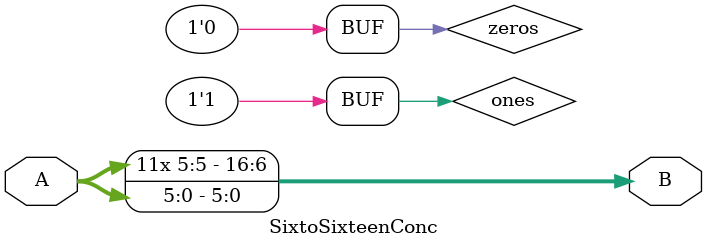
<source format=sv>
module SixtoSixteenConc (
        input logic [5:0] A,
        output logic [16:0] B
);
assign ones = 10'b1111111111;
assign zeros = 10'b0000000000;
//always_comb
// begin
//    if (A[5])
//        B = {ones, A};
//    else
//        B = {zeros,A};
//end
assign B = $signed(A);
endmodule
</source>
